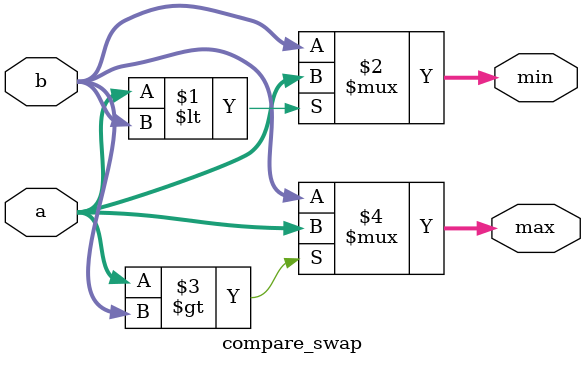
<source format=v>
`timescale 1ns / 1ps


module compare_swap(
       a,b,min,max
    );
      input [7:0] a, b; 
      output [7:0] max, min; 
  assign min = ( a<b) ? a : b; 
  assign max = ( a> b ) ? a : b;     
endmodule

</source>
